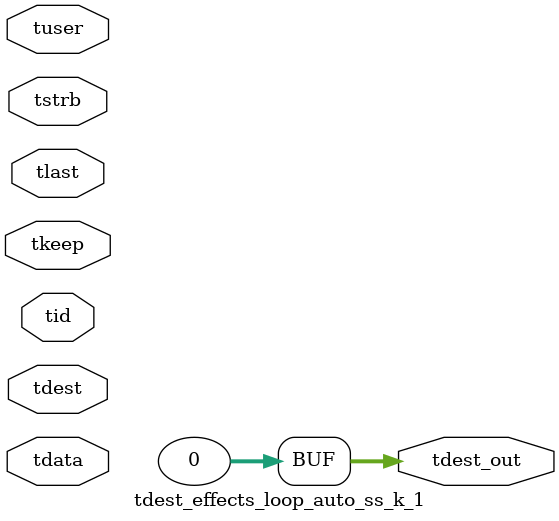
<source format=v>


`timescale 1ps/1ps

module tdest_effects_loop_auto_ss_k_1 #
(
parameter C_S_AXIS_TDATA_WIDTH = 32,
parameter C_S_AXIS_TUSER_WIDTH = 0,
parameter C_S_AXIS_TID_WIDTH   = 0,
parameter C_S_AXIS_TDEST_WIDTH = 0,
parameter C_M_AXIS_TDEST_WIDTH = 32
)
(
input  [(C_S_AXIS_TDATA_WIDTH == 0 ? 1 : C_S_AXIS_TDATA_WIDTH)-1:0     ] tdata,
input  [(C_S_AXIS_TUSER_WIDTH == 0 ? 1 : C_S_AXIS_TUSER_WIDTH)-1:0     ] tuser,
input  [(C_S_AXIS_TID_WIDTH   == 0 ? 1 : C_S_AXIS_TID_WIDTH)-1:0       ] tid,
input  [(C_S_AXIS_TDEST_WIDTH == 0 ? 1 : C_S_AXIS_TDEST_WIDTH)-1:0     ] tdest,
input  [(C_S_AXIS_TDATA_WIDTH/8)-1:0 ] tkeep,
input  [(C_S_AXIS_TDATA_WIDTH/8)-1:0 ] tstrb,
input                                                                    tlast,
output [C_M_AXIS_TDEST_WIDTH-1:0] tdest_out
);

assign tdest_out = {1'b0};

endmodule


</source>
